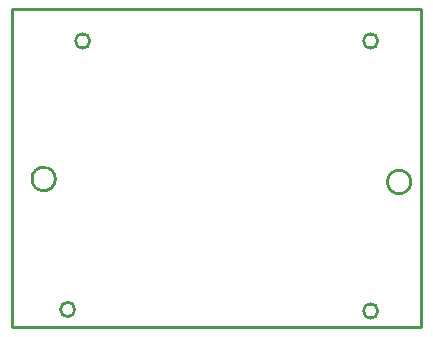
<source format=gko>
%FSLAX23Y23*%
%MOIN*%
G70*
G01*
G75*
G04 Layer_Color=16711935*
G04:AMPARAMS|DCode=10|XSize=71mil|YSize=118mil|CornerRadius=0mil|HoleSize=0mil|Usage=FLASHONLY|Rotation=0.000|XOffset=0mil|YOffset=0mil|HoleType=Round|Shape=Octagon|*
%AMOCTAGOND10*
4,1,8,-0.018,0.059,0.018,0.059,0.035,0.041,0.035,-0.041,0.018,-0.059,-0.018,-0.059,-0.035,-0.041,-0.035,0.041,-0.018,0.059,0.0*
%
%ADD10OCTAGOND10*%

%ADD11R,0.020X0.047*%
%ADD12R,0.020X0.063*%
%ADD13R,0.031X0.035*%
%ADD14R,0.035X0.031*%
%ADD15R,0.051X0.106*%
%ADD16R,0.091X0.091*%
%ADD17R,0.106X0.051*%
%ADD18R,0.059X0.118*%
%ADD19R,0.039X0.118*%
%ADD20O,0.087X0.024*%
%ADD21C,0.010*%
%ADD22C,0.060*%
%ADD23C,0.039*%
%ADD24C,0.050*%
%ADD25C,0.031*%
%ADD26C,0.024*%
%ADD27C,0.010*%
%ADD28C,0.008*%
G04:AMPARAMS|DCode=29|XSize=79mil|YSize=126mil|CornerRadius=0mil|HoleSize=0mil|Usage=FLASHONLY|Rotation=0.000|XOffset=0mil|YOffset=0mil|HoleType=Round|Shape=Octagon|*
%AMOCTAGOND29*
4,1,8,-0.020,0.063,0.020,0.063,0.039,0.043,0.039,-0.043,0.020,-0.063,-0.020,-0.063,-0.039,-0.043,-0.039,0.043,-0.020,0.063,0.0*
%
%ADD29OCTAGOND29*%

%ADD30R,0.028X0.055*%
%ADD31R,0.028X0.071*%
%ADD32R,0.039X0.043*%
%ADD33R,0.043X0.039*%
%ADD34R,0.059X0.114*%
%ADD35R,0.099X0.099*%
%ADD36R,0.114X0.059*%
%ADD37R,0.067X0.126*%
%ADD38R,0.047X0.126*%
%ADD39O,0.095X0.032*%
%ADD40C,0.068*%
%ADD41C,0.047*%
%ADD42C,0.058*%
%ADD43C,0.039*%
%ADD44C,0.032*%
D21*
X1220Y955D02*
G03*
X1220Y955I-24J0D01*
G01*
Y55D02*
G03*
X1220Y55I-24J0D01*
G01*
X1330Y485D02*
G03*
X1330Y485I-39J0D01*
G01*
X145Y495D02*
G03*
X145Y495I-39J0D01*
G01*
X210Y60D02*
G03*
X210Y60I-24J0D01*
G01*
X260Y955D02*
G03*
X260Y955I-24J0D01*
G01*
X0Y0D02*
Y1060D01*
X1365D01*
X0Y0D02*
X1365D01*
Y1060D01*
M02*

</source>
